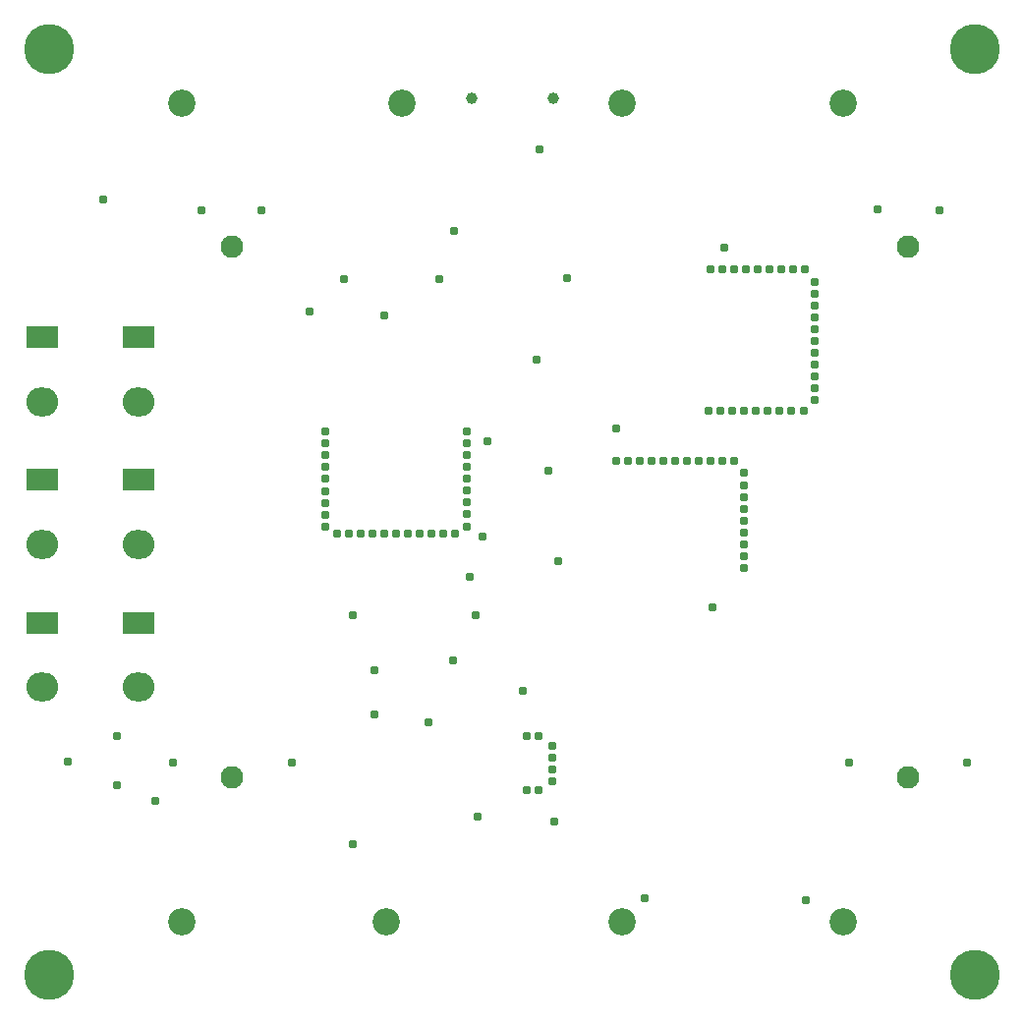
<source format=gbs>
G04*
G04 #@! TF.GenerationSoftware,Altium Limited,Altium Designer,23.11.1 (41)*
G04*
G04 Layer_Color=16711935*
%FSLAX25Y25*%
%MOIN*%
G70*
G04*
G04 #@! TF.SameCoordinates,7FD28054-1643-4BC3-9A3C-097E624A02D2*
G04*
G04*
G04 #@! TF.FilePolarity,Negative*
G04*
G01*
G75*
%ADD66R,0.10800X0.07800*%
%ADD67C,0.07608*%
%ADD68C,0.09245*%
%ADD69C,0.03950*%
%ADD70O,0.10800X0.09800*%
%ADD71C,0.17000*%
%ADD72C,0.03100*%
D66*
X-198000Y-214800D02*
D03*
X-165200D02*
D03*
Y-166400D02*
D03*
X-198000D02*
D03*
X-165200Y-118000D02*
D03*
X-198000D02*
D03*
D67*
X-133785Y-267200D02*
D03*
Y-87200D02*
D03*
X95599D02*
D03*
Y-267200D02*
D03*
D68*
X-1201Y-316195D02*
D03*
X-81204D02*
D03*
X73603D02*
D03*
X-150807D02*
D03*
X-150806Y-38480D02*
D03*
X-76003D02*
D03*
X-1200D02*
D03*
X73603D02*
D03*
D69*
X-24858Y-36800D02*
D03*
X-52259D02*
D03*
D70*
X-165200Y-236611D02*
D03*
Y-188211D02*
D03*
X-198000Y-236611D02*
D03*
Y-188211D02*
D03*
X-165200Y-139811D02*
D03*
X-198000D02*
D03*
D71*
X-195585Y-334126D02*
D03*
Y-20200D02*
D03*
X118402D02*
D03*
Y-334126D02*
D03*
D72*
X-58855Y-227525D02*
D03*
X-26329Y-163074D02*
D03*
X-48747Y-185416D02*
D03*
X-189476Y-262000D02*
D03*
X-172741Y-269966D02*
D03*
X115734Y-262270D02*
D03*
X75473Y-262227D02*
D03*
X-113207Y-262264D02*
D03*
X-153600Y-262321D02*
D03*
X85392Y-74628D02*
D03*
X106456Y-74738D02*
D03*
X-82118Y-110601D02*
D03*
X-51070Y-212197D02*
D03*
X-30525Y-125436D02*
D03*
X33184Y-87536D02*
D03*
X-19977Y-97996D02*
D03*
X-95600Y-98144D02*
D03*
X-172741Y-253211D02*
D03*
X-85200Y-246040D02*
D03*
Y-231053D02*
D03*
X-52930Y-199205D02*
D03*
X-46924Y-153223D02*
D03*
X-29300Y-54300D02*
D03*
X6193Y-308091D02*
D03*
X61135Y-308909D02*
D03*
X-66940Y-248721D02*
D03*
X29272Y-209726D02*
D03*
X-24462Y-282101D02*
D03*
X-23073Y-193818D02*
D03*
X-3403Y-148953D02*
D03*
X-58405Y-82003D02*
D03*
X-63503Y-98168D02*
D03*
X-107485Y-109077D02*
D03*
X-92845Y-212197D02*
D03*
X-123733Y-75019D02*
D03*
X-144029Y-75010D02*
D03*
X-29823Y-253094D02*
D03*
X-33760D02*
D03*
X-25032Y-256568D02*
D03*
Y-260596D02*
D03*
Y-264536D02*
D03*
Y-268564D02*
D03*
X-33760Y-271704D02*
D03*
X-29823D02*
D03*
X-3403Y-159901D02*
D03*
X520D02*
D03*
X4578D02*
D03*
X8576D02*
D03*
X12573D02*
D03*
X16601D02*
D03*
X24566D02*
D03*
X20570D02*
D03*
X28593D02*
D03*
X32533D02*
D03*
X36561D02*
D03*
X39955Y-163918D02*
D03*
X39941Y-168118D02*
D03*
X39955Y-172118D02*
D03*
Y-176116D02*
D03*
X40000Y-180145D02*
D03*
Y-184237D02*
D03*
X40014Y-188145D02*
D03*
Y-192197D02*
D03*
X40007Y-196207D02*
D03*
X28044Y-143039D02*
D03*
X32054Y-143046D02*
D03*
X36106D02*
D03*
X40014Y-143032D02*
D03*
X44106D02*
D03*
X48135Y-142986D02*
D03*
X52133D02*
D03*
X56133Y-142972D02*
D03*
X60333Y-142986D02*
D03*
X63900Y-139197D02*
D03*
Y-135170D02*
D03*
Y-131230D02*
D03*
Y-127202D02*
D03*
Y-123207D02*
D03*
Y-119237D02*
D03*
Y-115209D02*
D03*
Y-111212D02*
D03*
Y-107215D02*
D03*
Y-103156D02*
D03*
Y-99233D02*
D03*
X60800Y-94797D02*
D03*
X56600Y-94784D02*
D03*
X52600Y-94797D02*
D03*
X48603D02*
D03*
X44574Y-94843D02*
D03*
X40481D02*
D03*
X36573Y-94857D02*
D03*
X28511Y-94850D02*
D03*
X32521Y-94857D02*
D03*
X-159600Y-275200D02*
D03*
X-50346Y-280525D02*
D03*
X-58008Y-184600D02*
D03*
X-61932D02*
D03*
X-65990D02*
D03*
X-69988D02*
D03*
X-73985D02*
D03*
X-78013D02*
D03*
X-81982D02*
D03*
X-85978D02*
D03*
X-90005D02*
D03*
X-93945D02*
D03*
X-54098Y-149911D02*
D03*
X-54105Y-153921D02*
D03*
Y-157973D02*
D03*
X-54092Y-161881D02*
D03*
Y-165974D02*
D03*
X-54046Y-170003D02*
D03*
Y-174000D02*
D03*
X-54032Y-178000D02*
D03*
X-54046Y-182200D02*
D03*
X-97973Y-184600D02*
D03*
X-101948Y-182289D02*
D03*
X-101934Y-178089D02*
D03*
X-101948Y-174089D02*
D03*
Y-170092D02*
D03*
X-101993Y-166063D02*
D03*
Y-161970D02*
D03*
X-102007Y-158062D02*
D03*
Y-154010D02*
D03*
X-35138Y-238000D02*
D03*
X-102000Y-150000D02*
D03*
X-177200Y-71257D02*
D03*
X-92794Y-289745D02*
D03*
M02*

</source>
